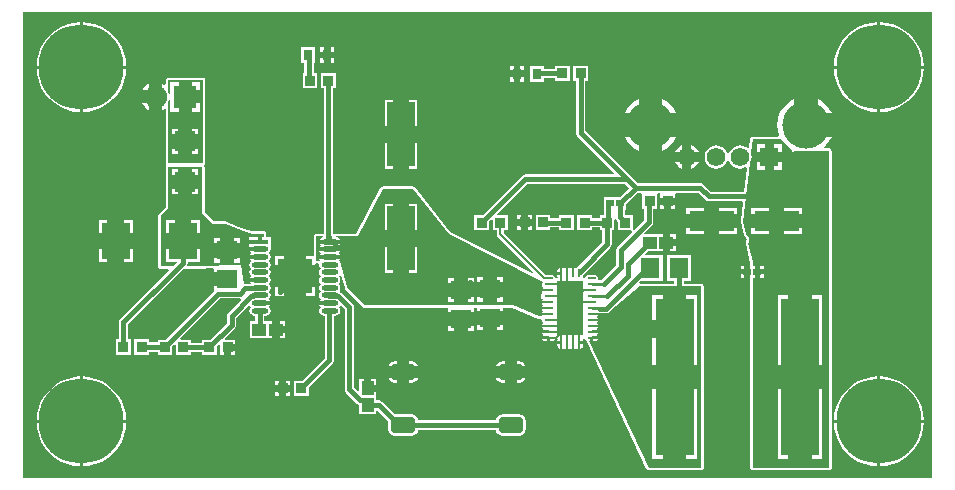
<source format=gtl>
G04*
G04 #@! TF.GenerationSoftware,Altium Limited,Altium Designer,19.1.6 (110)*
G04*
G04 Layer_Physical_Order=1*
G04 Layer_Color=255*
%FSLAX43Y43*%
%MOMM*%
G71*
G01*
G75*
%ADD10C,0.250*%
%ADD14C,0.200*%
%ADD40R,1.800X1.650*%
%ADD41R,0.850X0.900*%
%ADD42R,1.150X1.000*%
%ADD43R,1.800X1.700*%
%ADD44R,1.000X1.150*%
%ADD45R,1.400X0.450*%
%ADD46O,1.400X0.450*%
%ADD47R,2.960X2.960*%
%ADD48R,0.800X0.950*%
%ADD49R,1.650X1.800*%
%ADD50R,3.850X1.800*%
%ADD51R,0.660X0.620*%
%ADD52R,2.350X5.450*%
%ADD53R,2.450X3.150*%
%ADD54R,3.180X13.300*%
G04:AMPARAMS|DCode=55|XSize=2.1mm|YSize=1.4mm|CornerRadius=0.35mm|HoleSize=0mm|Usage=FLASHONLY|Rotation=0.000|XOffset=0mm|YOffset=0mm|HoleType=Round|Shape=RoundedRectangle|*
%AMROUNDEDRECTD55*
21,1,2.100,0.700,0,0,0.0*
21,1,1.400,1.400,0,0,0.0*
1,1,0.700,0.700,-0.350*
1,1,0.700,-0.700,-0.350*
1,1,0.700,-0.700,0.350*
1,1,0.700,0.700,0.350*
%
%ADD55ROUNDEDRECTD55*%
%ADD56R,2.200X4.600*%
%ADD57O,0.250X0.700*%
%ADD58O,0.700X0.250*%
%ADD59C,0.381*%
%ADD60R,1.900X1.550*%
%ADD61R,1.200X1.175*%
%ADD62R,1.900X1.900*%
%ADD63C,1.900*%
%ADD64C,4.000*%
%ADD65C,1.570*%
%ADD66R,1.570X1.570*%
%ADD67C,7.200*%
%ADD68C,0.600*%
G36*
X127245Y60255D02*
X50255D01*
X50255Y99745D01*
X127245Y99745D01*
X127245Y60255D01*
D02*
G37*
%LPC*%
G36*
X76650Y96750D02*
X76315D01*
Y96340D01*
X76650D01*
Y96750D01*
D02*
G37*
G36*
X75785D02*
X75450D01*
Y96340D01*
X75785D01*
Y96750D01*
D02*
G37*
G36*
X76650Y95810D02*
X76315D01*
Y95400D01*
X76650D01*
Y95810D01*
D02*
G37*
G36*
X75785D02*
X75450D01*
Y95400D01*
X75785D01*
Y95810D01*
D02*
G37*
G36*
X122850Y98877D02*
Y95200D01*
X126527D01*
X126490Y95671D01*
X126350Y96253D01*
X126121Y96805D01*
X125809Y97315D01*
X125420Y97770D01*
X124965Y98159D01*
X124455Y98471D01*
X123903Y98700D01*
X123321Y98840D01*
X122850Y98877D01*
D02*
G37*
G36*
X122600D02*
X122129Y98840D01*
X121547Y98700D01*
X120994Y98471D01*
X120485Y98159D01*
X120030Y97770D01*
X119641Y97315D01*
X119329Y96805D01*
X119100Y96253D01*
X118960Y95671D01*
X118923Y95200D01*
X122600D01*
Y98877D01*
D02*
G37*
G36*
X55350D02*
Y95200D01*
X59027D01*
X58990Y95671D01*
X58850Y96253D01*
X58621Y96805D01*
X58309Y97315D01*
X57920Y97770D01*
X57465Y98159D01*
X56956Y98471D01*
X56403Y98700D01*
X55821Y98840D01*
X55350Y98877D01*
D02*
G37*
G36*
X55100D02*
X54629Y98840D01*
X54047Y98700D01*
X53494Y98471D01*
X52985Y98159D01*
X52530Y97770D01*
X52141Y97315D01*
X51829Y96805D01*
X51600Y96253D01*
X51460Y95671D01*
X51423Y95200D01*
X55100D01*
Y98877D01*
D02*
G37*
G36*
X92725Y95200D02*
X92390D01*
Y94790D01*
X92725D01*
Y95200D01*
D02*
G37*
G36*
X91860D02*
X91525D01*
Y94790D01*
X91860D01*
Y95200D01*
D02*
G37*
G36*
X94375D02*
X93175D01*
Y93850D01*
X94375D01*
Y94139D01*
X95325D01*
Y93900D01*
X96575D01*
Y95200D01*
X95325D01*
Y94936D01*
X94375D01*
Y95200D01*
D02*
G37*
G36*
X92725Y94260D02*
X92390D01*
Y93850D01*
X92725D01*
Y94260D01*
D02*
G37*
G36*
X91860D02*
X91525D01*
Y93850D01*
X91860D01*
Y94260D01*
D02*
G37*
G36*
X65500Y94179D02*
X62575D01*
X62497Y94163D01*
X62431Y94119D01*
X62387Y94053D01*
X62371Y93975D01*
Y93601D01*
X62257Y93545D01*
X62130Y93642D01*
X62050Y93675D01*
Y92550D01*
Y91425D01*
X62130Y91458D01*
X62257Y91555D01*
X62371Y91499D01*
Y86975D01*
X62387Y86897D01*
X62423Y86812D01*
X62387Y86728D01*
X62371Y86650D01*
Y83209D01*
X61781Y82619D01*
X61737Y82553D01*
X61721Y82475D01*
Y78200D01*
X61737Y78122D01*
X61781Y78056D01*
X61847Y78012D01*
X61925Y77996D01*
X62592D01*
X62641Y77879D01*
X58493Y73732D01*
X58407Y73602D01*
X58377Y73450D01*
Y72025D01*
X58150D01*
Y70725D01*
X59400D01*
Y72025D01*
X59173D01*
Y73285D01*
X63854Y77966D01*
X63944Y78056D01*
X64010Y78012D01*
X64088Y77996D01*
X65050D01*
X65053Y77997D01*
X65057Y77996D01*
X66384Y78042D01*
X66475Y77953D01*
Y77700D01*
X67575D01*
Y76500D01*
X66475D01*
Y76113D01*
X62362Y72000D01*
X61675D01*
Y71761D01*
X60950D01*
Y72025D01*
X59700D01*
Y70725D01*
X60950D01*
Y70964D01*
X61675D01*
Y70700D01*
X62925D01*
Y71437D01*
X63108Y71620D01*
X63225Y71571D01*
Y70700D01*
X64475D01*
Y70952D01*
X65425D01*
Y70700D01*
X66675D01*
Y71437D01*
X66858Y71620D01*
X66975Y71571D01*
Y70700D01*
X67300D01*
Y71350D01*
X67600D01*
Y71650D01*
X68225D01*
Y72000D01*
X67404D01*
X67355Y72117D01*
X68221Y72983D01*
X68308Y73112D01*
X68338Y73265D01*
Y73845D01*
X69367Y74874D01*
X69509Y74857D01*
X69559Y74742D01*
X69475Y74616D01*
X69442Y74450D01*
X69475Y74284D01*
X69569Y74144D01*
X69709Y74050D01*
X69875Y74017D01*
X69927D01*
Y73550D01*
X69525D01*
Y72150D01*
X71400D01*
Y72850D01*
Y73550D01*
X70723D01*
Y74017D01*
X70825D01*
X70991Y74050D01*
X71131Y74144D01*
X71225Y74284D01*
X71258Y74450D01*
X71225Y74616D01*
X71131Y74756D01*
Y74794D01*
X71225Y74934D01*
X71226Y74935D01*
X70350D01*
Y75265D01*
X71226D01*
X71225Y75266D01*
X71131Y75406D01*
Y75444D01*
X71225Y75584D01*
X71258Y75750D01*
X71225Y75916D01*
X71131Y76056D01*
Y76094D01*
X71225Y76234D01*
X71258Y76400D01*
X71225Y76566D01*
X71131Y76706D01*
Y76744D01*
X71225Y76884D01*
X71258Y77050D01*
X71225Y77216D01*
X71131Y77356D01*
Y77394D01*
X71225Y77534D01*
X71258Y77700D01*
X71225Y77866D01*
X71131Y78006D01*
Y78044D01*
X71225Y78184D01*
X71258Y78350D01*
X71225Y78516D01*
X71131Y78656D01*
Y78694D01*
X71225Y78834D01*
X71258Y79000D01*
X71225Y79166D01*
X71131Y79306D01*
Y79344D01*
X71225Y79484D01*
X71258Y79650D01*
X71239Y79748D01*
X71250Y79875D01*
X71250Y79875D01*
X71250Y79875D01*
Y80725D01*
X70879D01*
Y80975D01*
X70863Y81053D01*
X70819Y81119D01*
X70753Y81163D01*
X70675Y81179D01*
X69660Y81179D01*
X68773Y81490D01*
X67578Y81988D01*
X67578Y81988D01*
X67578Y81988D01*
X67539Y81996D01*
X67500Y82004D01*
X67500Y82004D01*
X67500Y82004D01*
X66434D01*
X65654Y82784D01*
Y86650D01*
X65638Y86728D01*
X65644Y86831D01*
X65688Y86897D01*
X65704Y86975D01*
Y93975D01*
X65688Y94053D01*
X65644Y94119D01*
X65578Y94163D01*
X65500Y94179D01*
D02*
G37*
G36*
X75000Y96750D02*
X73800D01*
Y95400D01*
X74089D01*
Y94575D01*
X73950D01*
Y93275D01*
X75200D01*
Y94575D01*
X74886D01*
Y95400D01*
X75000D01*
Y96750D01*
D02*
G37*
G36*
X60950Y93675D02*
X60870Y93642D01*
X60608Y93442D01*
X60408Y93180D01*
X60375Y93100D01*
X60950D01*
Y93675D01*
D02*
G37*
G36*
Y92000D02*
X60375D01*
X60408Y91920D01*
X60608Y91658D01*
X60870Y91458D01*
X60950Y91425D01*
Y92000D01*
D02*
G37*
G36*
X126527Y94950D02*
X122850D01*
Y91273D01*
X123321Y91310D01*
X123903Y91450D01*
X124455Y91679D01*
X124965Y91991D01*
X125420Y92380D01*
X125809Y92835D01*
X126121Y93344D01*
X126350Y93897D01*
X126490Y94479D01*
X126527Y94950D01*
D02*
G37*
G36*
X122600D02*
X118923D01*
X118960Y94479D01*
X119100Y93897D01*
X119329Y93344D01*
X119641Y92835D01*
X120030Y92380D01*
X120485Y91991D01*
X120994Y91679D01*
X121547Y91450D01*
X122129Y91310D01*
X122600Y91273D01*
Y94950D01*
D02*
G37*
G36*
X59027D02*
X55350D01*
Y91273D01*
X55821Y91310D01*
X56403Y91450D01*
X56956Y91679D01*
X57465Y91991D01*
X57920Y92380D01*
X58309Y92835D01*
X58621Y93344D01*
X58850Y93897D01*
X58990Y94479D01*
X59027Y94950D01*
D02*
G37*
G36*
X55100D02*
X51423D01*
X51460Y94479D01*
X51600Y93897D01*
X51829Y93344D01*
X52141Y92835D01*
X52530Y92380D01*
X52985Y91991D01*
X53494Y91679D01*
X54047Y91450D01*
X54629Y91310D01*
X55100Y91273D01*
Y94950D01*
D02*
G37*
G36*
X104405Y92362D02*
Y91175D01*
X105592D01*
X105410Y91515D01*
X105110Y91880D01*
X104745Y92180D01*
X104405Y92362D01*
D02*
G37*
G36*
X117545Y92362D02*
Y91175D01*
X118732D01*
X118550Y91515D01*
X118250Y91880D01*
X117885Y92180D01*
X117545Y92362D01*
D02*
G37*
G36*
X102405D02*
X102065Y92180D01*
X101700Y91880D01*
X101400Y91515D01*
X101218Y91175D01*
X102405D01*
Y92362D01*
D02*
G37*
G36*
X83650Y92300D02*
X82975D01*
Y90075D01*
X83650D01*
Y92300D01*
D02*
G37*
G36*
X81575D02*
X80900D01*
Y90075D01*
X81575D01*
Y92300D01*
D02*
G37*
G36*
X105592Y89175D02*
X104405D01*
Y87988D01*
X104745Y88170D01*
X105110Y88470D01*
X105410Y88835D01*
X105592Y89175D01*
D02*
G37*
G36*
X102405D02*
X101218D01*
X101400Y88835D01*
X101700Y88470D01*
X102065Y88170D01*
X102405Y87988D01*
Y89175D01*
D02*
G37*
G36*
X106875Y88474D02*
Y87865D01*
X107484D01*
X107423Y88012D01*
X107249Y88239D01*
X107022Y88413D01*
X106875Y88474D01*
D02*
G37*
G36*
X106075Y88474D02*
X105928Y88413D01*
X105701Y88239D01*
X105527Y88012D01*
X105466Y87865D01*
X106075D01*
Y88474D01*
D02*
G37*
G36*
X107484Y87065D02*
X106875D01*
Y86456D01*
X107022Y86517D01*
X107249Y86691D01*
X107423Y86918D01*
X107484Y87065D01*
D02*
G37*
G36*
X106075D02*
X105466D01*
X105527Y86918D01*
X105701Y86691D01*
X105928Y86517D01*
X106075Y86456D01*
Y87065D01*
D02*
G37*
G36*
X83650Y88675D02*
X82975D01*
Y86450D01*
X83650D01*
Y88675D01*
D02*
G37*
G36*
X81575D02*
X80900D01*
Y86450D01*
X81575D01*
Y88675D01*
D02*
G37*
G36*
X105500Y83400D02*
X105175D01*
Y83050D01*
X105500D01*
Y83400D01*
D02*
G37*
G36*
X104575D02*
X104250D01*
Y83050D01*
X104575D01*
Y83400D01*
D02*
G37*
G36*
X110700Y83150D02*
X109175D01*
Y82650D01*
X110700D01*
Y83150D01*
D02*
G37*
G36*
X107975D02*
X106450D01*
Y82650D01*
X107975D01*
Y83150D01*
D02*
G37*
G36*
X59550Y82125D02*
X58825D01*
Y81050D01*
X59550D01*
Y82125D01*
D02*
G37*
G36*
X57425D02*
X56700D01*
Y81050D01*
X57425D01*
Y82125D01*
D02*
G37*
G36*
X110700Y81450D02*
X109175D01*
Y80950D01*
X110700D01*
Y81450D01*
D02*
G37*
G36*
X107975D02*
X106450D01*
Y80950D01*
X107975D01*
Y81450D01*
D02*
G37*
G36*
X105525Y80900D02*
X105050D01*
Y80500D01*
X105525D01*
Y80900D01*
D02*
G37*
G36*
Y79900D02*
X105050D01*
Y79500D01*
X105525D01*
Y79900D01*
D02*
G37*
G36*
X59550Y79650D02*
X58825D01*
Y78575D01*
X59550D01*
Y79650D01*
D02*
G37*
G36*
X57425D02*
X56700D01*
Y78575D01*
X57425D01*
Y79650D01*
D02*
G37*
G36*
X72400Y79055D02*
X71620D01*
Y78275D01*
X72400D01*
Y79055D01*
D02*
G37*
G36*
X111340Y78260D02*
X111040D01*
Y77980D01*
X111340D01*
Y78260D01*
D02*
G37*
G36*
X98125Y95200D02*
X96875D01*
Y93900D01*
X97102D01*
Y89535D01*
X97132Y89383D01*
X97218Y89253D01*
X100351Y86120D01*
X100303Y86003D01*
X92805D01*
X92653Y85973D01*
X92523Y85887D01*
X89187Y82550D01*
X88500D01*
Y81250D01*
X89750D01*
Y81987D01*
X89933Y82170D01*
X90050Y82121D01*
Y81250D01*
X90369D01*
Y80925D01*
X90369Y80925D01*
X90392Y80807D01*
X90459Y80708D01*
X93431Y77736D01*
X93357Y77633D01*
X86457Y81112D01*
X83475Y84891D01*
X83466Y84899D01*
X83459Y84909D01*
X83436Y84925D01*
X83414Y84943D01*
X83403Y84947D01*
X83393Y84953D01*
X83365Y84959D01*
X83339Y84968D01*
X83327Y84967D01*
X83315Y84969D01*
X80715D01*
X80685Y84963D01*
X80654Y84960D01*
X80646Y84955D01*
X80637Y84953D01*
X80611Y84936D01*
X80584Y84922D01*
X80578Y84915D01*
X80571Y84909D01*
X80554Y84884D01*
X80534Y84860D01*
X78477Y80954D01*
X76523Y80954D01*
Y93275D01*
X76750D01*
Y94575D01*
X75500D01*
Y93275D01*
X75727D01*
Y80954D01*
X75100D01*
X75022Y80938D01*
X74956Y80894D01*
X74912Y80828D01*
X74896Y80750D01*
Y79055D01*
X74200D01*
Y78275D01*
X74980D01*
Y78374D01*
X75100Y78471D01*
X75266D01*
X75346Y78373D01*
X75342Y78350D01*
X75375Y78184D01*
X75469Y78044D01*
Y78006D01*
X75375Y77866D01*
X75342Y77700D01*
X75375Y77534D01*
X75469Y77394D01*
Y77356D01*
X75375Y77216D01*
X75342Y77050D01*
X75375Y76884D01*
X75469Y76744D01*
Y76706D01*
X75375Y76566D01*
X75342Y76400D01*
X75375Y76234D01*
X75469Y76094D01*
Y76056D01*
X75375Y75916D01*
X75342Y75750D01*
X75375Y75584D01*
X75469Y75444D01*
Y75406D01*
X75375Y75266D01*
X75374Y75265D01*
X76250D01*
Y74935D01*
X75374D01*
X75375Y74934D01*
X75469Y74794D01*
Y74756D01*
X75375Y74616D01*
X75342Y74450D01*
X75375Y74284D01*
X75469Y74144D01*
X75609Y74050D01*
X75775Y74017D01*
X75827D01*
Y70465D01*
X73887Y68525D01*
X73200D01*
Y67225D01*
X74450D01*
Y67962D01*
X76507Y70018D01*
X76593Y70148D01*
X76623Y70300D01*
Y74017D01*
X76725D01*
X76891Y74050D01*
X77031Y74144D01*
X77125Y74284D01*
X77158Y74450D01*
X77125Y74616D01*
X77046Y74734D01*
X77085Y74822D01*
X77216Y74842D01*
X77498Y74559D01*
Y67801D01*
X77529Y67649D01*
X77615Y67520D01*
X78557Y66578D01*
X78686Y66492D01*
X78750Y66479D01*
Y65700D01*
X80150D01*
Y66000D01*
X80277Y66045D01*
X81214Y65108D01*
Y64410D01*
X81257Y64195D01*
X81378Y64013D01*
X81560Y63892D01*
X81775Y63849D01*
X83175D01*
X83390Y63892D01*
X83572Y64013D01*
X83693Y64195D01*
X83726Y64362D01*
X90324D01*
X90357Y64195D01*
X90478Y64013D01*
X90660Y63892D01*
X90875Y63849D01*
X92275D01*
X92490Y63892D01*
X92672Y64013D01*
X92793Y64195D01*
X92836Y64410D01*
Y65110D01*
X92793Y65325D01*
X92672Y65507D01*
X92490Y65628D01*
X92275Y65671D01*
X90875D01*
X90660Y65628D01*
X90478Y65507D01*
X90357Y65325D01*
X90324Y65158D01*
X83726D01*
X83693Y65325D01*
X83572Y65507D01*
X83390Y65628D01*
X83175Y65671D01*
X81777D01*
X80692Y66757D01*
X80562Y66843D01*
X80410Y66873D01*
X80150D01*
Y67575D01*
X79450D01*
Y67875D01*
X79150D01*
Y68650D01*
X78750D01*
Y67677D01*
X78633Y67628D01*
X78295Y67966D01*
Y74724D01*
X78264Y74876D01*
X78178Y75005D01*
X77215Y75968D01*
X77128Y76027D01*
X77086Y76056D01*
X77091Y76183D01*
X77125Y76234D01*
X77158Y76400D01*
X77125Y76566D01*
X77031Y76706D01*
Y76744D01*
X77125Y76884D01*
X77158Y77050D01*
X77125Y77216D01*
X77031Y77356D01*
Y77382D01*
X77112Y77465D01*
X77235Y77441D01*
X77529Y76395D01*
X77533Y76386D01*
X77535Y76377D01*
X77551Y76351D01*
X77565Y76324D01*
X77572Y76318D01*
X77577Y76309D01*
X79052Y74759D01*
X79054Y74758D01*
X79056Y74756D01*
X79087Y74735D01*
X79117Y74714D01*
X79120Y74713D01*
X79122Y74712D01*
X79159Y74704D01*
X79195Y74696D01*
X79197Y74697D01*
X79200Y74696D01*
X86275D01*
Y74375D01*
X88475D01*
Y74696D01*
X88750D01*
Y74400D01*
X89850D01*
X90950D01*
Y74696D01*
X91709D01*
X93871Y73787D01*
X93871Y73787D01*
X93872Y73787D01*
X93911Y73779D01*
X93949Y73771D01*
X93949Y73771D01*
X93950Y73771D01*
X94140D01*
X94219Y73675D01*
X94244Y73548D01*
X94316Y73441D01*
Y73409D01*
X94244Y73302D01*
X94239Y73275D01*
X94775D01*
Y73075D01*
X94239D01*
X94244Y73048D01*
X94316Y72941D01*
Y72909D01*
X94244Y72802D01*
X94239Y72775D01*
X94775D01*
Y72575D01*
X94239D01*
X94244Y72548D01*
X94316Y72441D01*
Y72409D01*
X94244Y72302D01*
X94239Y72275D01*
X94775D01*
Y72175D01*
X94875D01*
Y71844D01*
X95000D01*
X95127Y71869D01*
X95234Y71941D01*
X95306Y72048D01*
X95331Y72175D01*
X95452D01*
X95533Y72048D01*
X95519Y71975D01*
Y71850D01*
X95850D01*
Y71750D01*
X95950D01*
Y71214D01*
X95977Y71219D01*
X96084Y71291D01*
X96116D01*
X96223Y71219D01*
X96250Y71214D01*
Y71750D01*
X96450D01*
Y71214D01*
X96477Y71219D01*
X96584Y71291D01*
X96616D01*
X96723Y71219D01*
X96750Y71214D01*
Y71750D01*
X96950D01*
Y71214D01*
X96977Y71219D01*
X97084Y71291D01*
X97116D01*
X97223Y71219D01*
X97250Y71214D01*
Y71750D01*
X97350D01*
Y71850D01*
X97681D01*
Y71975D01*
X97667Y72048D01*
X97748Y72175D01*
X97869D01*
X97894Y72048D01*
X97966Y71941D01*
X98034Y71895D01*
X98031Y71878D01*
X98024Y71844D01*
X98025Y71839D01*
X98024Y71834D01*
X98033Y71800D01*
X98040Y71766D01*
X98042Y71762D01*
X98043Y71757D01*
X103060Y61063D01*
X103081Y61035D01*
X103101Y61006D01*
X103105Y61003D01*
X103108Y60999D01*
X103138Y60981D01*
X103167Y60962D01*
X103172Y60961D01*
X103176Y60958D01*
X103211Y60953D01*
X103245Y60946D01*
X107700D01*
X107778Y60962D01*
X107844Y61006D01*
X107888Y61072D01*
X107904Y61150D01*
X107904Y76525D01*
X107888Y76603D01*
X107844Y76669D01*
X107778Y76713D01*
X107700Y76729D01*
X106223D01*
Y76925D01*
X106875D01*
Y79125D01*
X104825D01*
Y76925D01*
X105427D01*
Y76729D01*
X102528D01*
X102506Y76767D01*
X102472Y76836D01*
X102547Y76925D01*
X104425D01*
Y79125D01*
X102952D01*
X102903Y79242D01*
X103161Y79500D01*
X104450D01*
Y80200D01*
Y80900D01*
X102904D01*
X102855Y81017D01*
X103532Y81693D01*
X103618Y81823D01*
X103648Y81975D01*
Y83050D01*
X103950D01*
Y84350D01*
X104011Y84452D01*
X104189D01*
X104250Y84350D01*
X104250Y84325D01*
Y84000D01*
X104875D01*
X105500D01*
Y84325D01*
X105500Y84350D01*
X105561Y84452D01*
X107465D01*
X108073Y83843D01*
X108203Y83757D01*
X108355Y83727D01*
X111149D01*
X111233Y83632D01*
X111047Y82023D01*
X111050Y81989D01*
X111051Y81954D01*
X111300Y80889D01*
X111315Y80855D01*
X111329Y80822D01*
X111332Y80819D01*
X111333Y80816D01*
X111360Y80791D01*
X111386Y80765D01*
X111463Y80713D01*
X111529Y80616D01*
X111552Y80500D01*
X111529Y80384D01*
X111496Y80335D01*
X111495Y80332D01*
X111492Y80330D01*
X111480Y80296D01*
X111466Y80262D01*
Y80258D01*
X111464Y80255D01*
X111466Y80219D01*
Y80182D01*
X111467Y80179D01*
X111467Y80176D01*
X111853Y78526D01*
Y78260D01*
X111800D01*
Y77750D01*
Y77240D01*
X111853D01*
X111853Y61150D01*
X111868Y61072D01*
X111912Y61006D01*
X111978Y60962D01*
X112057Y60946D01*
X118540D01*
X118618Y60962D01*
X118685Y61006D01*
X118729Y61072D01*
X118744Y61150D01*
X118744Y88000D01*
X118729Y88078D01*
X118685Y88144D01*
X118618Y88188D01*
X118540Y88204D01*
X118115D01*
X118072Y88324D01*
X118250Y88470D01*
X118550Y88835D01*
X118732Y89175D01*
X116545D01*
Y90175D01*
X115545D01*
Y92362D01*
X115205Y92180D01*
X114840Y91880D01*
X114540Y91515D01*
X114317Y91098D01*
X114180Y90645D01*
X114133Y90175D01*
X114180Y89705D01*
X114301Y89306D01*
X114225Y89179D01*
X112057D01*
X112029Y89173D01*
X112001Y89171D01*
X111990Y89166D01*
X111978Y89163D01*
X111955Y89148D01*
X111930Y89135D01*
X111922Y89126D01*
X111912Y89119D01*
X111897Y89096D01*
X111878Y89074D01*
X111875Y89063D01*
X111868Y89053D01*
X111863Y89025D01*
X111854Y88998D01*
X111767Y88247D01*
X111634Y88201D01*
X111472Y88325D01*
X111232Y88425D01*
X110975Y88459D01*
X110718Y88425D01*
X110478Y88325D01*
X110272Y88168D01*
X110115Y87962D01*
X110044Y87791D01*
X109906D01*
X109835Y87962D01*
X109678Y88168D01*
X109472Y88325D01*
X109232Y88425D01*
X108975Y88459D01*
X108718Y88425D01*
X108478Y88325D01*
X108272Y88168D01*
X108115Y87962D01*
X108015Y87722D01*
X107981Y87465D01*
X108015Y87208D01*
X108115Y86968D01*
X108272Y86762D01*
X108478Y86605D01*
X108718Y86505D01*
X108975Y86471D01*
X109232Y86505D01*
X109472Y86605D01*
X109678Y86762D01*
X109835Y86968D01*
X109906Y87139D01*
X110044D01*
X110115Y86968D01*
X110272Y86762D01*
X110478Y86605D01*
X110718Y86505D01*
X110975Y86471D01*
X111232Y86505D01*
X111448Y86595D01*
X111569Y86536D01*
X111336Y84523D01*
X108520D01*
X107912Y85132D01*
X107782Y85218D01*
X107630Y85248D01*
X102350D01*
X101712Y85887D01*
X97898Y89700D01*
Y93900D01*
X98125D01*
Y95200D01*
D02*
G37*
G36*
X111340Y77520D02*
X111040D01*
Y77240D01*
X111340D01*
Y77520D01*
D02*
G37*
G36*
X74980Y76475D02*
X74200D01*
Y75695D01*
X74980D01*
Y76475D01*
D02*
G37*
G36*
X72400D02*
X71620D01*
Y75695D01*
X72400D01*
Y76475D01*
D02*
G37*
G36*
X72475Y73550D02*
X72000D01*
Y73150D01*
X72475D01*
Y73550D01*
D02*
G37*
G36*
X90950Y73200D02*
X90450D01*
Y72775D01*
X90950D01*
Y73200D01*
D02*
G37*
G36*
X89250D02*
X88750D01*
Y72775D01*
X89250D01*
Y73200D01*
D02*
G37*
G36*
X88475Y73175D02*
X87975D01*
Y72750D01*
X88475D01*
Y73175D01*
D02*
G37*
G36*
X86775D02*
X86275D01*
Y72750D01*
X86775D01*
Y73175D01*
D02*
G37*
G36*
X72475Y72550D02*
X72000D01*
Y72150D01*
X72475D01*
Y72550D01*
D02*
G37*
G36*
X94675Y72075D02*
X94239D01*
X94244Y72048D01*
X94316Y71941D01*
X94423Y71869D01*
X94550Y71844D01*
X94675D01*
Y72075D01*
D02*
G37*
G36*
X97681Y71650D02*
X97450D01*
Y71214D01*
X97477Y71219D01*
X97584Y71291D01*
X97656Y71398D01*
X97681Y71525D01*
Y71650D01*
D02*
G37*
G36*
X95750D02*
X95519D01*
Y71525D01*
X95544Y71398D01*
X95616Y71291D01*
X95723Y71219D01*
X95750Y71214D01*
Y71650D01*
D02*
G37*
G36*
X68225Y71050D02*
X67900D01*
Y70700D01*
X68225D01*
Y71050D01*
D02*
G37*
G36*
X92275Y70151D02*
X92075D01*
Y69740D01*
X92806D01*
X92793Y69805D01*
X92672Y69987D01*
X92490Y70108D01*
X92275Y70151D01*
D02*
G37*
G36*
X91075D02*
X90875D01*
X90660Y70108D01*
X90478Y69987D01*
X90357Y69805D01*
X90344Y69740D01*
X91075D01*
Y70151D01*
D02*
G37*
G36*
X83175D02*
X82975D01*
Y69740D01*
X83706D01*
X83693Y69805D01*
X83572Y69987D01*
X83390Y70108D01*
X83175Y70151D01*
D02*
G37*
G36*
X81975D02*
X81775D01*
X81560Y70108D01*
X81378Y69987D01*
X81257Y69805D01*
X81244Y69740D01*
X81975D01*
Y70151D01*
D02*
G37*
G36*
X92806Y68740D02*
X92075D01*
Y68329D01*
X92275D01*
X92490Y68372D01*
X92672Y68493D01*
X92793Y68675D01*
X92806Y68740D01*
D02*
G37*
G36*
X91075D02*
X90344D01*
X90357Y68675D01*
X90478Y68493D01*
X90660Y68372D01*
X90875Y68329D01*
X91075D01*
Y68740D01*
D02*
G37*
G36*
X83706D02*
X82975D01*
Y68329D01*
X83175D01*
X83390Y68372D01*
X83572Y68493D01*
X83693Y68675D01*
X83706Y68740D01*
D02*
G37*
G36*
X81975D02*
X81244D01*
X81257Y68675D01*
X81378Y68493D01*
X81560Y68372D01*
X81775Y68329D01*
X81975D01*
Y68740D01*
D02*
G37*
G36*
X80150Y68650D02*
X79750D01*
Y68175D01*
X80150D01*
Y68650D01*
D02*
G37*
G36*
X72900Y68525D02*
X72575D01*
Y68175D01*
X72900D01*
Y68525D01*
D02*
G37*
G36*
X71975D02*
X71650D01*
Y68175D01*
X71975D01*
Y68525D01*
D02*
G37*
G36*
X72900Y67575D02*
X72575D01*
Y67225D01*
X72900D01*
Y67575D01*
D02*
G37*
G36*
X71975D02*
X71650D01*
Y67225D01*
X71975D01*
Y67575D01*
D02*
G37*
G36*
X122850Y68877D02*
Y65200D01*
X126527D01*
X126490Y65671D01*
X126350Y66253D01*
X126121Y66805D01*
X125809Y67315D01*
X125420Y67770D01*
X124965Y68159D01*
X124455Y68471D01*
X123903Y68700D01*
X123321Y68840D01*
X122850Y68877D01*
D02*
G37*
G36*
X122600D02*
X122129Y68840D01*
X121547Y68700D01*
X120994Y68471D01*
X120485Y68159D01*
X120030Y67770D01*
X119641Y67315D01*
X119329Y66805D01*
X119100Y66253D01*
X118960Y65671D01*
X118923Y65200D01*
X122600D01*
Y68877D01*
D02*
G37*
G36*
X55350D02*
Y65200D01*
X59027D01*
X58990Y65671D01*
X58850Y66253D01*
X58621Y66805D01*
X58309Y67315D01*
X57920Y67770D01*
X57465Y68159D01*
X56956Y68471D01*
X56403Y68700D01*
X55821Y68840D01*
X55350Y68877D01*
D02*
G37*
G36*
X55100D02*
X54629Y68840D01*
X54047Y68700D01*
X53494Y68471D01*
X52985Y68159D01*
X52530Y67770D01*
X52141Y67315D01*
X51829Y66805D01*
X51600Y66253D01*
X51460Y65671D01*
X51423Y65200D01*
X55100D01*
Y68877D01*
D02*
G37*
G36*
X126527Y64950D02*
X122850D01*
Y61273D01*
X123321Y61310D01*
X123903Y61450D01*
X124455Y61679D01*
X124965Y61991D01*
X125420Y62380D01*
X125809Y62835D01*
X126121Y63345D01*
X126350Y63897D01*
X126490Y64479D01*
X126527Y64950D01*
D02*
G37*
G36*
X122600D02*
X118923D01*
X118960Y64479D01*
X119100Y63897D01*
X119329Y63345D01*
X119641Y62835D01*
X120030Y62380D01*
X120485Y61991D01*
X120994Y61679D01*
X121547Y61450D01*
X122129Y61310D01*
X122600Y61273D01*
Y64950D01*
D02*
G37*
G36*
X59027D02*
X55350D01*
Y61273D01*
X55821Y61310D01*
X56403Y61450D01*
X56956Y61679D01*
X57465Y61991D01*
X57920Y62380D01*
X58309Y62835D01*
X58621Y63345D01*
X58850Y63897D01*
X58990Y64479D01*
X59027Y64950D01*
D02*
G37*
G36*
X55100D02*
X51423D01*
X51460Y64479D01*
X51600Y63897D01*
X51829Y63345D01*
X52141Y62835D01*
X52530Y62380D01*
X52985Y61991D01*
X53494Y61679D01*
X54047Y61450D01*
X54629Y61310D01*
X55100Y61273D01*
Y64950D01*
D02*
G37*
%LPD*%
G36*
X65500Y86975D02*
X62575D01*
Y92140D01*
X62620Y92250D01*
X62623Y92270D01*
X62750Y92261D01*
Y91300D01*
X63450D01*
Y92550D01*
X64000D01*
D01*
X63450D01*
Y93800D01*
X62750D01*
Y92839D01*
X62623Y92830D01*
X62620Y92850D01*
X62575Y92960D01*
Y93975D01*
X65500D01*
Y86975D01*
D02*
G37*
G36*
X65450Y82750D02*
X65425Y82725D01*
X66350Y81800D01*
X67500D01*
X68700Y81300D01*
X69625Y80975D01*
X70675Y80975D01*
Y80725D01*
X70515D01*
Y80300D01*
X70350D01*
Y80135D01*
X69450D01*
Y79875D01*
X69514D01*
X69475Y79816D01*
X69474Y79815D01*
X70350D01*
Y79485D01*
X69474D01*
X69475Y79484D01*
X69569Y79344D01*
X69596Y79325D01*
X69569Y79306D01*
X69475Y79166D01*
X69474Y79165D01*
X70350D01*
Y78835D01*
X69474D01*
X69475Y78834D01*
X69569Y78694D01*
X69596Y78675D01*
X69569Y78656D01*
X69475Y78516D01*
X69442Y78350D01*
X69475Y78184D01*
X69569Y78044D01*
X69596Y78025D01*
X69569Y78006D01*
X69475Y77866D01*
X69442Y77700D01*
X69475Y77534D01*
X69569Y77394D01*
X69596Y77375D01*
X69569Y77356D01*
X69475Y77216D01*
X69474Y77215D01*
X70350D01*
Y76885D01*
X69474D01*
X69475Y76884D01*
X69569Y76744D01*
X69582Y76735D01*
X69422D01*
X68950Y76750D01*
X68700Y78325D01*
X65050Y78200D01*
X64088D01*
X64107Y78218D01*
X64193Y78348D01*
X64223Y78500D01*
Y78575D01*
X65250D01*
Y79650D01*
X63825D01*
X62400D01*
Y78575D01*
X63337D01*
X62962Y78200D01*
X61925D01*
Y82475D01*
X62575Y83125D01*
Y86650D01*
X65450D01*
Y82750D01*
D02*
G37*
G36*
X68745Y75378D02*
X67658Y74292D01*
X67572Y74163D01*
X67542Y74010D01*
Y73430D01*
X66112Y72000D01*
X65425D01*
Y71748D01*
X64475D01*
Y72000D01*
X63654D01*
X63605Y72117D01*
X66974Y75486D01*
X68637D01*
X68682Y75495D01*
X68745Y75378D01*
D02*
G37*
%LPC*%
G36*
X65250Y93800D02*
X64550D01*
Y93100D01*
X65250D01*
Y93800D01*
D02*
G37*
G36*
Y92000D02*
X64550D01*
Y91300D01*
X65250D01*
Y92000D01*
D02*
G37*
G36*
X65125Y89825D02*
X64625D01*
Y89375D01*
X65125D01*
Y89825D01*
D02*
G37*
G36*
X63425D02*
X62925D01*
Y89375D01*
X63425D01*
Y89825D01*
D02*
G37*
G36*
X65125Y88175D02*
X64625D01*
Y87725D01*
X65125D01*
Y88175D01*
D02*
G37*
G36*
X63425D02*
X62925D01*
Y87725D01*
X63425D01*
Y88175D01*
D02*
G37*
G36*
X65125Y86425D02*
X64625D01*
Y85975D01*
X65125D01*
Y86425D01*
D02*
G37*
G36*
X63425D02*
X62925D01*
Y85975D01*
X63425D01*
Y86425D01*
D02*
G37*
G36*
X65125Y84775D02*
X64625D01*
Y84325D01*
X65125D01*
Y84775D01*
D02*
G37*
G36*
X63425D02*
X62925D01*
Y84325D01*
X63425D01*
Y84775D01*
D02*
G37*
G36*
X65250Y82125D02*
X64525D01*
Y81050D01*
X65250D01*
Y82125D01*
D02*
G37*
G36*
X63125D02*
X62400D01*
Y81050D01*
X63125D01*
Y82125D01*
D02*
G37*
G36*
X70185Y80725D02*
X69450D01*
Y80465D01*
X70185D01*
Y80725D01*
D02*
G37*
G36*
X68675Y80575D02*
X68175D01*
Y80150D01*
X68675D01*
Y80575D01*
D02*
G37*
G36*
X66975D02*
X66475D01*
Y80150D01*
X66975D01*
Y80575D01*
D02*
G37*
G36*
X68675Y78950D02*
X68175D01*
Y78525D01*
X68675D01*
Y78950D01*
D02*
G37*
G36*
X66975D02*
X66475D01*
Y78525D01*
X66975D01*
Y78950D01*
D02*
G37*
%LPD*%
G36*
X101622Y84850D02*
X100807Y84035D01*
X99430D01*
Y83015D01*
X99444D01*
Y82550D01*
X99100D01*
Y82298D01*
X98450D01*
Y82550D01*
X97200D01*
Y81250D01*
X98450D01*
Y81502D01*
X99100D01*
Y81250D01*
X99327D01*
Y80234D01*
X97224Y78131D01*
X97223Y78131D01*
X97116Y78059D01*
X97084D01*
X96977Y78131D01*
X96950Y78136D01*
Y77600D01*
X96750D01*
Y78136D01*
X96723Y78131D01*
X96616Y78059D01*
X96584D01*
X96477Y78131D01*
X96450Y78136D01*
Y77600D01*
X96250D01*
Y78136D01*
X96223Y78131D01*
X96116Y78059D01*
X96084D01*
X95977Y78131D01*
X95950Y78136D01*
Y77600D01*
X95850D01*
Y77500D01*
X95519D01*
Y77375D01*
X95533Y77302D01*
X95452Y77175D01*
X95331D01*
X95306Y77302D01*
X95234Y77409D01*
X95127Y77481D01*
X95000Y77506D01*
X94550D01*
X94530Y77502D01*
X90981Y81051D01*
Y81250D01*
X91300D01*
Y82550D01*
X90479D01*
X90430Y82667D01*
X92970Y85207D01*
X101265D01*
X101622Y84850D01*
D02*
G37*
G36*
X102700Y84350D02*
Y83050D01*
X102852D01*
Y82140D01*
X102027Y81315D01*
X101900Y81368D01*
Y82550D01*
X101238D01*
Y83015D01*
X101370D01*
Y83472D01*
X102350Y84452D01*
X102639D01*
X102700Y84350D01*
D02*
G37*
G36*
X100477Y82200D02*
X100558Y82078D01*
X100650Y81987D01*
Y81250D01*
X101782D01*
X101835Y81123D01*
X100618Y79907D01*
X100532Y79777D01*
X100502Y79625D01*
Y78290D01*
X99218Y77006D01*
X99069D01*
X98973Y77133D01*
X98981Y77175D01*
X98956Y77302D01*
X98884Y77409D01*
X98777Y77481D01*
X98650Y77506D01*
X98200D01*
X98073Y77481D01*
X97966Y77409D01*
X97894Y77302D01*
X97869Y77175D01*
X97748D01*
X97667Y77302D01*
X97681Y77375D01*
Y77467D01*
X97697Y77478D01*
X100007Y79787D01*
X100093Y79917D01*
X100123Y80069D01*
Y81250D01*
X100350D01*
Y82141D01*
X100468Y82202D01*
X100477Y82200D01*
D02*
G37*
G36*
X107700Y61150D02*
X103245D01*
X98228Y71844D01*
X98325D01*
Y72175D01*
X98425D01*
Y72275D01*
X98961D01*
X98956Y72302D01*
X98884Y72409D01*
X98861Y72425D01*
X98884Y72441D01*
X98956Y72548D01*
X98961Y72575D01*
X98425D01*
Y72775D01*
X98961D01*
X98956Y72802D01*
X98884Y72909D01*
X98861Y72925D01*
X98884Y72941D01*
X98956Y73048D01*
X98961Y73075D01*
X98425D01*
Y73275D01*
X98961D01*
X98956Y73302D01*
X98884Y73409D01*
X98861Y73425D01*
X98884Y73441D01*
X98956Y73548D01*
X98961Y73575D01*
X98425D01*
Y73775D01*
X98961D01*
X98956Y73802D01*
X98884Y73909D01*
X98861Y73925D01*
X98884Y73941D01*
X98956Y74048D01*
X98961Y74075D01*
X98425D01*
Y74275D01*
X98961D01*
X98960Y74282D01*
X98998Y74257D01*
X99150Y74227D01*
X99675D01*
X99802Y74252D01*
X99827Y74257D01*
X99910Y74313D01*
X99912Y74312D01*
X99921Y74320D01*
X99957Y74343D01*
X99998Y74385D01*
X102525Y76525D01*
X107700D01*
X107700Y61150D01*
D02*
G37*
G36*
X86325Y80950D02*
X94175Y76992D01*
X94208Y76959D01*
X94208Y76959D01*
X94305Y76894D01*
X94244Y76802D01*
X94219Y76675D01*
X94244Y76548D01*
X94316Y76441D01*
X94339Y76425D01*
X94316Y76409D01*
X94244Y76302D01*
X94239Y76275D01*
X94775D01*
Y76075D01*
X94239D01*
X94244Y76048D01*
X94293Y75975D01*
X94250D01*
X94150Y75875D01*
Y75425D01*
X94339D01*
D01*
X94316Y75409D01*
X94244Y75302D01*
X94239Y75275D01*
X94775D01*
Y75075D01*
X94239D01*
X94244Y75048D01*
X94316Y74941D01*
X94339Y74925D01*
X94316Y74909D01*
X94244Y74802D01*
X94239Y74775D01*
X94775D01*
Y74575D01*
X94239D01*
X94244Y74548D01*
X94316Y74441D01*
X94339Y74425D01*
X94316Y74409D01*
X94244Y74302D01*
X94239Y74275D01*
X94775D01*
Y74075D01*
X94239D01*
X94244Y74048D01*
X94293Y73975D01*
X93950D01*
X91750Y74900D01*
X79200D01*
X77725Y76450D01*
X77100Y78675D01*
X77004D01*
D01*
X77031Y78694D01*
X77125Y78834D01*
X77126Y78835D01*
X76250D01*
X75374D01*
X75375Y78834D01*
X75469Y78694D01*
X75496Y78675D01*
X75496Y78675D01*
X75100D01*
Y80675D01*
Y80750D01*
X78600Y80750D01*
X80715Y84765D01*
X83315D01*
X86325Y80950D01*
D02*
G37*
G36*
X115420Y87980D02*
X115925Y87475D01*
X115609Y87791D01*
X115517Y87883D01*
X115566Y88000D01*
X116183D01*
X116545Y87964D01*
X116907Y88000D01*
X118540Y88000D01*
X118540Y61150D01*
X112057D01*
X112057Y77240D01*
X112220D01*
Y77750D01*
Y78260D01*
X112057D01*
Y78550D01*
X111666Y80222D01*
X111721Y80305D01*
X111760Y80500D01*
X111721Y80695D01*
X111610Y80860D01*
X111499Y80935D01*
X111250Y82000D01*
X111823Y86951D01*
X111835Y86968D01*
X111935Y87208D01*
X111968Y87465D01*
X111935Y87722D01*
X111917Y87766D01*
X112057Y88975D01*
X114425D01*
X115420Y87980D01*
D02*
G37*
%LPC*%
G36*
X93375Y82575D02*
X93050D01*
Y82225D01*
X93375D01*
Y82575D01*
D02*
G37*
G36*
X92450D02*
X92125D01*
Y82225D01*
X92450D01*
Y82575D01*
D02*
G37*
G36*
X93375Y81625D02*
X93050D01*
Y81275D01*
X93375D01*
Y81625D01*
D02*
G37*
G36*
X92450D02*
X92125D01*
Y81275D01*
X92450D01*
Y81625D01*
D02*
G37*
G36*
X94925Y82575D02*
X93675D01*
Y81275D01*
X94925D01*
Y81514D01*
X95650D01*
Y81250D01*
X96900D01*
Y82550D01*
X95650D01*
Y82311D01*
X94925D01*
Y82575D01*
D02*
G37*
G36*
X95750Y78136D02*
X95723Y78131D01*
X95616Y78059D01*
X95544Y77952D01*
X95519Y77825D01*
Y77700D01*
X95750D01*
Y78136D01*
D02*
G37*
G36*
X98961Y72075D02*
X98525D01*
Y71844D01*
X98650D01*
X98777Y71869D01*
X98884Y71941D01*
X98956Y72048D01*
X98961Y72075D01*
D02*
G37*
G36*
X107340Y75800D02*
X106450D01*
Y69850D01*
X107340D01*
Y75800D01*
D02*
G37*
G36*
X104450D02*
X103560D01*
Y69850D01*
X104450D01*
Y75800D01*
D02*
G37*
G36*
X107340Y67850D02*
X106450D01*
Y61900D01*
X107340D01*
Y67850D01*
D02*
G37*
G36*
X104450D02*
X103560D01*
Y61900D01*
X104450D01*
Y67850D01*
D02*
G37*
G36*
X83650Y83500D02*
X82975D01*
Y81275D01*
X83650D01*
Y83500D01*
D02*
G37*
G36*
X81575D02*
X80900D01*
Y81275D01*
X81575D01*
Y83500D01*
D02*
G37*
G36*
X76725Y80733D02*
X76415D01*
Y80465D01*
X77126D01*
X77125Y80466D01*
X77031Y80606D01*
X76891Y80700D01*
X76725Y80733D01*
D02*
G37*
G36*
X76085D02*
X75775D01*
X75609Y80700D01*
X75469Y80606D01*
X75375Y80466D01*
X75374Y80465D01*
X76085D01*
Y80733D01*
D02*
G37*
G36*
X77126Y80135D02*
X76250D01*
X75374D01*
X75375Y80134D01*
X75469Y79994D01*
X75496Y79975D01*
X75469Y79956D01*
X75375Y79816D01*
X75374Y79815D01*
X76250D01*
X77126D01*
X77125Y79816D01*
X77031Y79956D01*
X77004Y79975D01*
X77031Y79994D01*
X77125Y80134D01*
X77126Y80135D01*
D02*
G37*
G36*
Y79485D02*
X76250D01*
X75374D01*
X75375Y79484D01*
X75469Y79344D01*
X75496Y79325D01*
X75469Y79306D01*
X75375Y79166D01*
X75374Y79165D01*
X76250D01*
X77126D01*
X77125Y79166D01*
X77031Y79306D01*
X77004Y79325D01*
X77031Y79344D01*
X77125Y79484D01*
X77126Y79485D01*
D02*
G37*
G36*
X83650Y79875D02*
X82975D01*
Y77650D01*
X83650D01*
Y79875D01*
D02*
G37*
G36*
X81575D02*
X80900D01*
Y77650D01*
X81575D01*
Y79875D01*
D02*
G37*
G36*
X90950Y77275D02*
X90450D01*
Y76850D01*
X90950D01*
Y77275D01*
D02*
G37*
G36*
X89250D02*
X88750D01*
Y76850D01*
X89250D01*
Y77275D01*
D02*
G37*
G36*
X88475Y77250D02*
X87975D01*
Y76825D01*
X88475D01*
Y77250D01*
D02*
G37*
G36*
X86775D02*
X86275D01*
Y76825D01*
X86775D01*
Y77250D01*
D02*
G37*
G36*
X90950Y75650D02*
X90450D01*
Y75225D01*
X90950D01*
Y75650D01*
D02*
G37*
G36*
X89250D02*
X88750D01*
Y75225D01*
X89250D01*
Y75650D01*
D02*
G37*
G36*
X88475Y75625D02*
X87975D01*
Y75200D01*
X88475D01*
Y75625D01*
D02*
G37*
G36*
X86775D02*
X86275D01*
Y75200D01*
X86775D01*
Y75625D01*
D02*
G37*
G36*
X114560Y88550D02*
X113875D01*
Y87865D01*
X114560D01*
Y88550D01*
D02*
G37*
G36*
X113075D02*
X112390D01*
Y87865D01*
X113075D01*
Y88550D01*
D02*
G37*
G36*
X114560Y87065D02*
X113875D01*
Y86380D01*
X114560D01*
Y87065D01*
D02*
G37*
G36*
X113075D02*
X112390D01*
Y86380D01*
X113075D01*
Y87065D01*
D02*
G37*
G36*
X116200Y83150D02*
X114675D01*
Y82650D01*
X116200D01*
Y83150D01*
D02*
G37*
G36*
X113475D02*
X111950D01*
Y82650D01*
X113475D01*
Y83150D01*
D02*
G37*
G36*
X116200Y81450D02*
X114675D01*
Y80950D01*
X116200D01*
Y81450D01*
D02*
G37*
G36*
X113475D02*
X111950D01*
Y80950D01*
X113475D01*
Y81450D01*
D02*
G37*
G36*
X112980Y78260D02*
X112680D01*
Y77980D01*
X112980D01*
Y78260D01*
D02*
G37*
G36*
Y77520D02*
X112680D01*
Y77240D01*
X112980D01*
Y77520D01*
D02*
G37*
G36*
X117940Y75800D02*
X117050D01*
Y69850D01*
X117940D01*
Y75800D01*
D02*
G37*
G36*
X115050D02*
X114160D01*
Y69850D01*
X115050D01*
Y75800D01*
D02*
G37*
G36*
X117940Y67850D02*
X117050D01*
Y61900D01*
X117940D01*
Y67850D01*
D02*
G37*
G36*
X115050D02*
X114160D01*
Y61900D01*
X115050D01*
Y67850D01*
D02*
G37*
%LPD*%
D10*
X98425Y75675D02*
X99750D01*
X98425Y76675D02*
X99450D01*
X98425Y74675D02*
X99150D01*
D14*
X96056Y72856D02*
Y73016D01*
X95375Y72175D02*
X96056Y72856D01*
X96850Y71750D02*
Y74425D01*
X96350Y75315D02*
Y77600D01*
X95600Y75675D02*
X96600Y74675D01*
X94775Y75675D02*
X95600D01*
X95850Y76558D02*
Y77600D01*
X95733Y76675D02*
X95850Y76558D01*
X94775Y76675D02*
X95733D01*
X94537Y72175D02*
X95375D01*
X94775Y73675D02*
X95690D01*
X97509Y76175D02*
X98425D01*
X97100Y75175D02*
X98425D01*
X95850Y71750D02*
Y72675D01*
X94775Y72675D02*
X95850D01*
X96350Y71750D02*
Y73088D01*
X94775Y73175D02*
X95850D01*
X97350Y71750D02*
Y73925D01*
X90675Y80925D02*
Y81900D01*
Y80925D02*
X94425Y77175D01*
X94775D01*
D40*
X87375Y73775D02*
D03*
Y76225D02*
D03*
X89850Y76250D02*
D03*
Y73800D02*
D03*
X67575Y77100D02*
D03*
Y79550D02*
D03*
D41*
X104875Y83700D02*
D03*
X103325D02*
D03*
X101275Y81900D02*
D03*
X99725D02*
D03*
X89125D02*
D03*
X90675D02*
D03*
X95950Y94550D02*
D03*
X97500D02*
D03*
X74575Y93925D02*
D03*
X76125D02*
D03*
X73825Y67875D02*
D03*
X72275D02*
D03*
X60325Y71375D02*
D03*
X58775D02*
D03*
X63850Y71350D02*
D03*
X62300D02*
D03*
X67600D02*
D03*
X66050D02*
D03*
X96275Y81900D02*
D03*
X97825D02*
D03*
X92750Y81925D02*
D03*
X94300D02*
D03*
D42*
X104750Y80200D02*
D03*
X103350D02*
D03*
X71700Y72850D02*
D03*
X70300D02*
D03*
D43*
X64025Y85375D02*
D03*
Y88775D02*
D03*
D44*
X79450Y66475D02*
D03*
Y67875D02*
D03*
D45*
X70350Y80300D02*
D03*
D46*
Y79650D02*
D03*
Y79000D02*
D03*
Y78350D02*
D03*
Y77700D02*
D03*
Y77050D02*
D03*
Y76400D02*
D03*
Y75750D02*
D03*
Y75100D02*
D03*
Y74450D02*
D03*
X76250Y80300D02*
D03*
Y79650D02*
D03*
Y79000D02*
D03*
Y78350D02*
D03*
Y77700D02*
D03*
Y77050D02*
D03*
Y76400D02*
D03*
Y75750D02*
D03*
Y75100D02*
D03*
Y74450D02*
D03*
D47*
X73300Y77375D02*
D03*
D48*
X93775Y94525D02*
D03*
X92125D02*
D03*
X76050Y96075D02*
D03*
X74400D02*
D03*
D49*
X103400Y78025D02*
D03*
X105850D02*
D03*
D50*
X114075Y82050D02*
D03*
X108575D02*
D03*
D51*
X112450Y77750D02*
D03*
X111570D02*
D03*
X99960Y83525D02*
D03*
X100840D02*
D03*
D52*
X82275Y89375D02*
D03*
Y80575D02*
D03*
D53*
X58125Y80350D02*
D03*
X63825D02*
D03*
D54*
X105450Y68850D02*
D03*
X116050D02*
D03*
D55*
X82475Y69240D02*
D03*
X91575D02*
D03*
Y64760D02*
D03*
X82475D02*
D03*
D56*
X96600Y74675D02*
D03*
D57*
X97350Y71750D02*
D03*
X96850D02*
D03*
X96350D02*
D03*
X95850D02*
D03*
Y77600D02*
D03*
X96350D02*
D03*
X96850D02*
D03*
X97350D02*
D03*
D58*
X94775Y72175D02*
D03*
Y72675D02*
D03*
Y73175D02*
D03*
Y73675D02*
D03*
Y74175D02*
D03*
Y74675D02*
D03*
Y75175D02*
D03*
Y75675D02*
D03*
Y76175D02*
D03*
Y76675D02*
D03*
Y77175D02*
D03*
X98425D02*
D03*
Y76675D02*
D03*
Y76175D02*
D03*
Y75675D02*
D03*
Y75175D02*
D03*
Y74675D02*
D03*
Y74175D02*
D03*
Y73675D02*
D03*
Y73175D02*
D03*
Y72675D02*
D03*
Y72175D02*
D03*
D59*
X97134Y75800D02*
X97509Y76175D01*
X96600Y75800D02*
X97134D01*
X96600Y74675D02*
Y75800D01*
Y74675D02*
X97100Y75175D01*
X96850Y74425D02*
X97137Y74137D01*
X99750Y75675D02*
X101481Y77406D01*
X103298Y80200D02*
X103324Y80226D01*
X101481Y78383D02*
X103298Y80200D01*
X101481Y77406D02*
Y78383D01*
X103298Y80200D02*
X103350D01*
X103275D02*
X103298D01*
X97825Y81900D02*
X99725D01*
X111650Y84125D02*
X112025Y83750D01*
X108355Y84125D02*
X111650D01*
X69616Y75687D02*
X69790D01*
X67940Y74010D02*
X69616Y75687D01*
X69089Y76337D02*
X70312D01*
X68637Y75884D02*
X69089Y76337D01*
X70312D02*
X70325Y76350D01*
X95690Y73675D02*
X96600Y74585D01*
Y74675D01*
X76125Y80650D02*
Y93925D01*
X95850Y73175D02*
X96262D01*
X76732Y79900D02*
X76800D01*
X76700Y79932D02*
X76732Y79900D01*
X76700Y79932D02*
Y80300D01*
X102185Y84850D02*
X107630D01*
X108355Y84125D01*
X101430Y85605D02*
X102185Y84850D01*
X97500Y89535D02*
X101430Y85605D01*
X92805D02*
X101430D01*
X89125Y81925D02*
X92805Y85605D01*
X89125Y81900D02*
Y81925D01*
X97500Y89535D02*
Y94550D01*
X100860Y83525D02*
X102185Y84850D01*
X100840Y83525D02*
X100860D01*
X103250Y81975D02*
Y83525D01*
X100900Y79625D02*
X103250Y81975D01*
X100900Y78125D02*
Y79625D01*
X99842Y83408D02*
X99960Y83525D01*
X99842Y82018D02*
Y83408D01*
X99725Y81900D02*
X99842Y82018D01*
X101145Y82030D02*
Y82055D01*
X100840Y82360D02*
X101145Y82055D01*
X100840Y82360D02*
Y83525D01*
X99725Y80069D02*
Y81900D01*
X105825Y69225D02*
Y78325D01*
X70300Y72850D02*
X70325Y72875D01*
Y74400D01*
X67940Y73265D02*
Y74010D01*
X66050Y71375D02*
X67940Y73265D01*
X66050Y71350D02*
Y71375D01*
X66810Y75884D02*
X68637D01*
X62300Y71375D02*
X66810Y75884D01*
X62300Y71350D02*
Y71375D01*
X58775D02*
Y73450D01*
X63825Y78500D02*
Y80350D01*
X58775Y73450D02*
X63825Y78500D01*
X72010Y76086D02*
X73300Y77375D01*
X72010Y76065D02*
Y76086D01*
X69894Y79013D02*
X70337D01*
X82475Y64760D02*
X91575D01*
X97329Y94380D02*
X97500Y94550D01*
X95938Y94537D02*
X95950Y94550D01*
X93787Y94537D02*
X95938D01*
X93775Y94525D02*
X93787Y94537D01*
X99450Y76675D02*
X100900Y78125D01*
X99675Y74625D02*
X103375Y78325D01*
X99150Y74625D02*
X99675D01*
X103375Y78325D02*
Y78400D01*
X105450Y68850D02*
X105825Y69225D01*
X113765Y82360D02*
X114075Y82050D01*
X115530Y69370D02*
X116050Y68850D01*
X97415Y77759D02*
X99725Y80069D01*
X96262Y81912D02*
X96275Y81900D01*
X94312Y81912D02*
X96262D01*
X94300Y81925D02*
X94312Y81912D01*
X104050Y72175D02*
X105450Y70775D01*
Y68850D02*
Y70775D01*
X74400Y96075D02*
X74488Y95988D01*
Y94012D02*
Y95988D01*
Y94012D02*
X74575Y93925D01*
X76125D02*
X76175Y93875D01*
X87450Y76225D02*
X88085Y76859D01*
X87375Y76225D02*
X87450D01*
X89850Y76250D02*
X89850Y76250D01*
X87300Y76225D02*
X87375D01*
X70337Y79013D02*
X70350Y79000D01*
X70337Y79663D02*
X70350Y79650D01*
X80410Y66475D02*
X82125Y64760D01*
X79450Y66475D02*
X80410D01*
X82125Y64760D02*
X82475D01*
X76225Y75700D02*
X76238Y75687D01*
X76934D01*
X77897Y74724D01*
Y67801D02*
Y74724D01*
Y67801D02*
X78838Y66859D01*
X79141D01*
X79450Y66550D01*
Y66475D02*
Y66550D01*
X73825Y67900D02*
X76225Y70300D01*
X73825Y67875D02*
Y67900D01*
X76225Y70300D02*
Y74400D01*
X70350Y75100D02*
X70363Y75113D01*
X63850Y71350D02*
X66050D01*
X62287Y71363D02*
X62300Y71350D01*
X60338Y71363D02*
X62287D01*
X60325Y71375D02*
X60338Y71363D01*
X63850Y71350D02*
X63862Y71363D01*
X69976Y77050D02*
X69989Y77063D01*
X69894Y79000D02*
X70350D01*
X63640Y88390D02*
X64025Y88775D01*
D60*
X104125Y72925D02*
D03*
D61*
X88700Y76287D02*
D03*
D62*
X64000Y92550D02*
D03*
D63*
X61500D02*
D03*
D64*
X103405Y90175D02*
D03*
X116545D02*
D03*
D65*
X106475Y87465D02*
D03*
X108975D02*
D03*
X110975D02*
D03*
D66*
X113475D02*
D03*
D67*
X55225Y95075D02*
D03*
Y65075D02*
D03*
X122725Y95075D02*
D03*
Y65075D02*
D03*
D68*
X97150Y76375D02*
D03*
Y72975D02*
D03*
X96056Y73016D02*
D03*
X96625Y73525D02*
D03*
X96145Y74130D02*
D03*
X97137Y74137D02*
D03*
X96150Y76425D02*
D03*
X96600Y75800D02*
D03*
X97100Y75175D02*
D03*
X96100Y75175D02*
D03*
X107000Y83750D02*
D03*
X105500Y82000D02*
D03*
X106250Y80250D02*
D03*
X107500D02*
D03*
X109500D02*
D03*
X111250Y80500D02*
D03*
X96600Y74675D02*
D03*
X73775Y77550D02*
D03*
X72775Y76300D02*
D03*
X73775D02*
D03*
X74275Y76800D02*
D03*
X73275D02*
D03*
X72275D02*
D03*
X72775Y77550D02*
D03*
X72275Y78300D02*
D03*
X73275D02*
D03*
X74200Y78275D02*
D03*
X86000Y93000D02*
D03*
X79000D02*
D03*
Y91000D02*
D03*
X85000Y94000D02*
D03*
X83000D02*
D03*
X82000D02*
D03*
X80000D02*
D03*
Y92000D02*
D03*
Y90000D02*
D03*
X79000Y89000D02*
D03*
Y87000D02*
D03*
X86000Y91000D02*
D03*
Y89000D02*
D03*
Y87000D02*
D03*
X83000Y86000D02*
D03*
X82000D02*
D03*
X85000Y92000D02*
D03*
Y90000D02*
D03*
Y88000D02*
D03*
Y86000D02*
D03*
X80000D02*
D03*
Y88000D02*
D03*
X97325Y79600D02*
D03*
X94750Y79525D02*
D03*
X98475Y83975D02*
D03*
X93775Y84075D02*
D03*
X101350Y97550D02*
D03*
X94925Y88750D02*
D03*
X64275Y75575D02*
D03*
X62175Y74000D02*
D03*
X72500Y82500D02*
D03*
X110000Y72500D02*
D03*
Y67500D02*
D03*
Y62500D02*
D03*
X90000Y87500D02*
D03*
X95000Y92500D02*
D03*
X90000D02*
D03*
X77500D02*
D03*
X72500D02*
D03*
Y87500D02*
D03*
X82500Y72500D02*
D03*
X92500D02*
D03*
Y67500D02*
D03*
X97500D02*
D03*
Y62500D02*
D03*
X92500D02*
D03*
X87500D02*
D03*
X82500D02*
D03*
X77500D02*
D03*
X72500D02*
D03*
X67500D02*
D03*
Y67500D02*
D03*
X62500Y62500D02*
D03*
Y67500D02*
D03*
X52500Y72500D02*
D03*
X57500D02*
D03*
Y77500D02*
D03*
X52500D02*
D03*
Y82500D02*
D03*
X57500Y87500D02*
D03*
X52500D02*
D03*
X120000Y77500D02*
D03*
Y72500D02*
D03*
X125000D02*
D03*
Y77500D02*
D03*
Y82500D02*
D03*
Y87500D02*
D03*
X97500Y97500D02*
D03*
X90000D02*
D03*
X82500D02*
D03*
X75000D02*
D03*
X70000D02*
D03*
M02*

</source>
